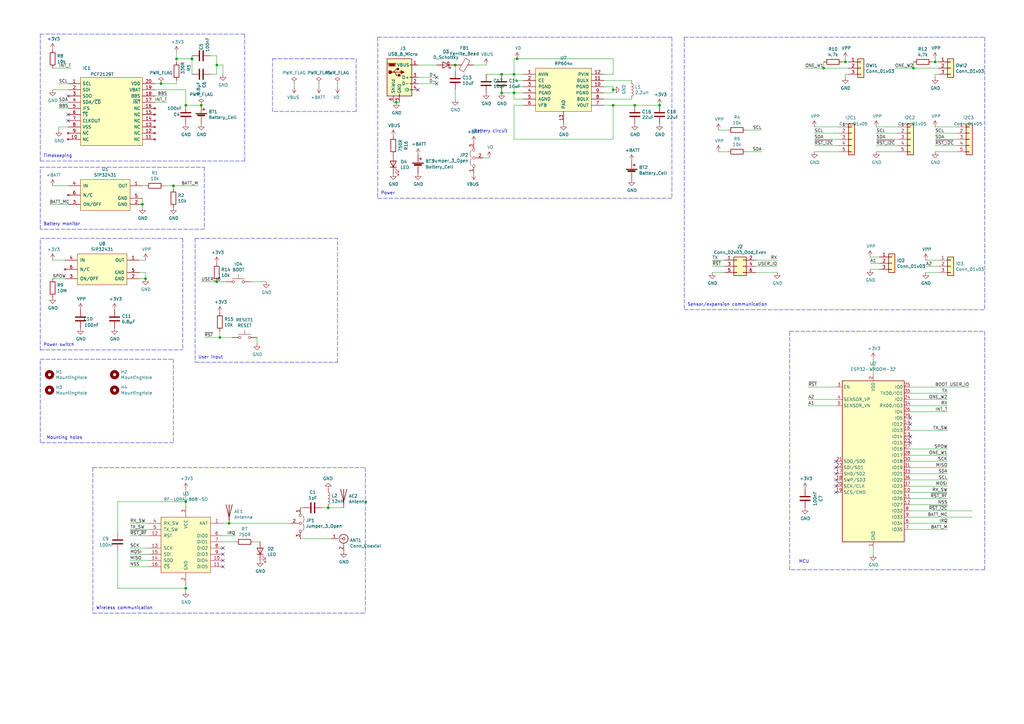
<source format=kicad_sch>
(kicad_sch (version 20211123) (generator eeschema)
  (paper "A3")
  (title_block (title "GEMS sensor board") (date "2019-03-22") (rev "Rev 2") (company "Olivier Pieters"))
  (junction (at 76.2 43.18))
  (junction (at 82.55 43.18))
  (junction (at 66.04 34.29))
  (junction (at 251.46 43.18))
  (junction (at 251.46 36.83))
  (junction (at 205.74 30.48))
  (junction (at 383.54 25.4))
  (junction (at 72.39 24.13))
  (junction (at 93.98 214.63))
  (junction (at 205.74 38.1))
  (junction (at 162.56 41.91))
  (junction (at 337.82 27.94))
  (junction (at 210.82 30.48))
  (junction (at 90.17 138.43))
  (junction (at 78.74 24.13))
  (junction (at 59.69 114.3))
  (junction (at 71.12 76.2))
  (junction (at 76.2 205.74))
  (junction (at 210.82 38.1))
  (junction (at 134.62 208.28))
  (junction (at 212.09 24.13))
  (junction (at 58.42 83.82))
  (junction (at 88.9 26.67))
  (junction (at 374.65 27.94))
  (junction (at 186.69 26.67))
  (junction (at 270.51 43.18))
  (junction (at 88.9 115.57))
  (junction (at 76.2 241.3))
  (junction (at 260.35 43.18))
  (junction (at 346.71 25.4))
  (no_connect (at 91.44 224.79))
  (no_connect (at 373.38 173.99))
  (no_connect (at 373.38 179.07))
  (no_connect (at 373.38 171.45))
  (no_connect (at 91.44 229.87))
  (no_connect (at 27.94 46.99))
  (no_connect (at 27.94 39.37))
  (no_connect (at 342.9 201.93))
  (no_connect (at 342.9 194.31))
  (no_connect (at 179.07 31.75))
  (no_connect (at 342.9 199.39))
  (no_connect (at 342.9 189.23))
  (no_connect (at 171.45 36.83))
  (no_connect (at 342.9 191.77))
  (no_connect (at 179.07 34.29))
  (no_connect (at 91.44 232.41))
  (no_connect (at 373.38 181.61))
  (no_connect (at 27.94 49.53))
  (no_connect (at 91.44 227.33))
  (no_connect (at 342.9 196.85))
  (wire (pts (xy 21.59 36.83) (xy 27.94 36.83)))
  (wire (pts (xy 383.54 25.4) (xy 384.81 25.4)))
  (wire (pts (xy 359.41 59.69) (xy 368.3 59.69)))
  (wire (pts (xy 346.71 30.48) (xy 347.98 30.48)))
  (wire (pts (xy 123.19 208.28) (xy 124.46 208.28)))
  (polyline (pts (xy 80.01 148.59) (xy 138.43 148.59)))
  (polyline (pts (xy 403.86 15.24) (xy 403.86 127)))
  (wire (pts (xy 388.62 194.31) (xy 373.38 194.31)))
  (wire (pts (xy 88.9 26.67) (xy 91.44 26.67)))
  (polyline (pts (xy 111.76 45.72) (xy 111.76 24.13)))
  (wire (pts (xy 383.54 31.75) (xy 383.54 30.48)))
  (polyline (pts (xy 323.85 135.89) (xy 403.86 135.89)))
  (wire (pts (xy 214.63 30.48) (xy 210.82 30.48)))
  (wire (pts (xy 251.46 38.1) (xy 247.65 38.1)))
  (wire (pts (xy 27.94 83.82) (xy 20.32 83.82)))
  (wire (pts (xy 76.2 200.66) (xy 76.2 205.74)))
  (wire (pts (xy 82.55 115.57) (xy 88.9 115.57)))
  (wire (pts (xy 251.46 43.18) (xy 260.35 43.18)))
  (wire (pts (xy 359.41 54.61) (xy 368.3 54.61)))
  (wire (pts (xy 53.34 232.41) (xy 60.96 232.41)))
  (polyline (pts (xy 16.51 143.51) (xy 16.51 97.79)))
  (polyline (pts (xy 323.85 233.68) (xy 323.85 135.89)))
  (wire (pts (xy 334.01 59.69) (xy 344.17 59.69)))
  (polyline (pts (xy 83.82 68.58) (xy 83.82 93.98)))
  (wire (pts (xy 105.41 138.43) (xy 105.41 140.97)))
  (polyline (pts (xy 149.86 191.77) (xy 149.86 251.46)))
  (wire (pts (xy 24.13 44.45) (xy 27.94 44.45)))
  (wire (pts (xy 383.54 62.23) (xy 392.43 62.23)))
  (wire (pts (xy 388.62 161.29) (xy 373.38 161.29)))
  (wire (pts (xy 86.36 22.86) (xy 88.9 22.86)))
  (wire (pts (xy 292.1 109.22) (xy 297.18 109.22)))
  (wire (pts (xy 120.65 34.29) (xy 120.65 35.56)))
  (wire (pts (xy 91.44 214.63) (xy 93.98 214.63)))
  (wire (pts (xy 134.62 208.28) (xy 140.97 208.28)))
  (wire (pts (xy 132.08 208.28) (xy 134.62 208.28)))
  (wire (pts (xy 210.82 24.13) (xy 212.09 24.13)))
  (polyline (pts (xy 154.94 15.24) (xy 275.59 15.24)))
  (wire (pts (xy 388.62 199.39) (xy 373.38 199.39)))
  (wire (pts (xy 72.39 24.13) (xy 78.74 24.13)))
  (wire (pts (xy 210.82 38.1) (xy 205.74 38.1)))
  (wire (pts (xy 91.44 219.71) (xy 96.52 219.71)))
  (wire (pts (xy 63.5 41.91) (xy 68.58 41.91)))
  (polyline (pts (xy 146.05 24.13) (xy 146.05 45.72)))
  (wire (pts (xy 373.38 158.75) (xy 397.51 158.75)))
  (wire (pts (xy 251.46 30.48) (xy 247.65 30.48)))
  (polyline (pts (xy 280.67 127) (xy 403.86 127)))
  (wire (pts (xy 210.82 33.02) (xy 210.82 30.48)))
  (wire (pts (xy 388.62 191.77) (xy 373.38 191.77)))
  (wire (pts (xy 247.65 43.18) (xy 251.46 43.18)))
  (polyline (pts (xy 138.43 148.59) (xy 138.43 97.79)))
  (polyline (pts (xy 71.12 147.32) (xy 71.12 181.61)))
  (wire (pts (xy 27.94 34.29) (xy 24.13 34.29)))
  (wire (pts (xy 60.96 214.63) (xy 53.34 214.63)))
  (wire (pts (xy 374.65 25.4) (xy 374.65 27.94)))
  (wire (pts (xy 312.42 53.34) (xy 306.07 53.34)))
  (wire (pts (xy 251.46 36.83) (xy 251.46 38.1)))
  (wire (pts (xy 171.45 26.67) (xy 179.07 26.67)))
  (wire (pts (xy 334.01 52.07) (xy 344.17 52.07)))
  (wire (pts (xy 88.9 30.48) (xy 86.36 30.48)))
  (wire (pts (xy 318.77 111.76) (xy 309.88 111.76)))
  (wire (pts (xy 162.56 41.91) (xy 163.83 41.91)))
  (polyline (pts (xy 80.01 97.79) (xy 80.01 148.59)))
  (wire (pts (xy 297.18 106.68) (xy 292.1 106.68)))
  (wire (pts (xy 96.52 222.25) (xy 91.44 222.25)))
  (wire (pts (xy 359.41 52.07) (xy 368.3 52.07)))
  (wire (pts (xy 373.38 184.15) (xy 388.62 184.15)))
  (wire (pts (xy 72.39 25.4) (xy 72.39 24.13)))
  (wire (pts (xy 63.5 34.29) (xy 66.04 34.29)))
  (wire (pts (xy 53.34 227.33) (xy 60.96 227.33)))
  (polyline (pts (xy 38.1 191.77) (xy 38.1 251.46)))
  (wire (pts (xy 360.68 110.49) (xy 356.87 110.49)))
  (wire (pts (xy 91.44 26.67) (xy 91.44 30.48)))
  (wire (pts (xy 59.69 76.2) (xy 58.42 76.2)))
  (wire (pts (xy 373.38 168.91) (xy 388.62 168.91)))
  (wire (pts (xy 214.63 38.1) (xy 210.82 38.1)))
  (wire (pts (xy 102.87 115.57) (xy 109.22 115.57)))
  (wire (pts (xy 210.82 40.64) (xy 214.63 40.64)))
  (wire (pts (xy 93.98 214.63) (xy 119.38 214.63)))
  (polyline (pts (xy 16.51 143.51) (xy 74.93 143.51)))
  (polyline (pts (xy 403.86 233.68) (xy 323.85 233.68)))
  (polyline (pts (xy 80.01 97.79) (xy 138.43 97.79)))
  (wire (pts (xy 388.62 166.37) (xy 373.38 166.37)))
  (wire (pts (xy 186.69 29.21) (xy 186.69 26.67)))
  (wire (pts (xy 194.31 26.67) (xy 199.39 26.67)))
  (wire (pts (xy 78.74 22.86) (xy 78.74 24.13)))
  (polyline (pts (xy 403.86 135.89) (xy 403.86 233.68)))
  (wire (pts (xy 123.19 220.98) (xy 135.89 220.98)))
  (polyline (pts (xy 16.51 13.97) (xy 16.51 66.04)))
  (wire (pts (xy 53.34 224.79) (xy 60.96 224.79)))
  (wire (pts (xy 384.81 109.22) (xy 379.73 109.22)))
  (wire (pts (xy 71.12 76.2) (xy 71.12 77.47)))
  (wire (pts (xy 345.44 25.4) (xy 346.71 25.4)))
  (wire (pts (xy 251.46 43.18) (xy 251.46 57.15)))
  (polyline (pts (xy 100.33 13.97) (xy 16.51 13.97)))
  (wire (pts (xy 130.81 34.29) (xy 130.81 35.56)))
  (wire (pts (xy 388.62 186.69) (xy 373.38 186.69)))
  (wire (pts (xy 383.54 30.48) (xy 384.81 30.48)))
  (wire (pts (xy 88.9 115.57) (xy 92.71 115.57)))
  (wire (pts (xy 161.29 41.91) (xy 162.56 41.91)))
  (wire (pts (xy 358.14 224.79) (xy 358.14 227.33)))
  (wire (pts (xy 72.39 34.29) (xy 72.39 33.02)))
  (wire (pts (xy 48.26 241.3) (xy 48.26 226.06)))
  (wire (pts (xy 210.82 35.56) (xy 210.82 38.1)))
  (wire (pts (xy 212.09 24.13) (xy 251.46 24.13)))
  (wire (pts (xy 29.21 27.94) (xy 21.59 27.94)))
  (polyline (pts (xy 154.94 15.24) (xy 154.94 81.28)))
  (wire (pts (xy 83.82 138.43) (xy 90.17 138.43)))
  (wire (pts (xy 214.63 35.56) (xy 210.82 35.56)))
  (wire (pts (xy 373.38 212.09) (xy 398.78 212.09)))
  (wire (pts (xy 318.77 109.22) (xy 309.88 109.22)))
  (wire (pts (xy 138.43 34.29) (xy 138.43 35.56)))
  (wire (pts (xy 309.88 106.68) (xy 318.77 106.68)))
  (wire (pts (xy 104.14 222.25) (xy 106.68 222.25)))
  (polyline (pts (xy 280.67 15.24) (xy 403.86 15.24)))
  (wire (pts (xy 21.59 106.68) (xy 26.67 106.68)))
  (wire (pts (xy 63.5 36.83) (xy 76.2 36.83)))
  (wire (pts (xy 374.65 27.94) (xy 384.81 27.94)))
  (wire (pts (xy 337.82 27.94) (xy 347.98 27.94)))
  (polyline (pts (xy 71.12 181.61) (xy 16.51 181.61)))
  (wire (pts (xy 383.54 52.07) (xy 392.43 52.07)))
  (polyline (pts (xy 38.1 251.46) (xy 149.86 251.46)))
  (wire (pts (xy 367.03 27.94) (xy 374.65 27.94)))
  (polyline (pts (xy 111.76 24.13) (xy 146.05 24.13)))
  (wire (pts (xy 330.2 27.94) (xy 337.82 27.94)))
  (wire (pts (xy 334.01 57.15) (xy 344.17 57.15)))
  (wire (pts (xy 356.87 105.41) (xy 360.68 105.41)))
  (polyline (pts (xy 154.94 81.28) (xy 275.59 81.28)))
  (polyline (pts (xy 146.05 45.72) (xy 111.76 45.72)))
  (wire (pts (xy 382.27 25.4) (xy 383.54 25.4)))
  (wire (pts (xy 210.82 57.15) (xy 251.46 57.15)))
  (wire (pts (xy 210.82 43.18) (xy 214.63 43.18)))
  (wire (pts (xy 171.45 31.75) (xy 179.07 31.75)))
  (wire (pts (xy 346.71 31.75) (xy 346.71 30.48)))
  (wire (pts (xy 78.74 24.13) (xy 78.74 30.48)))
  (wire (pts (xy 373.38 209.55) (xy 398.78 209.55)))
  (polyline (pts (xy 184.15 21.59) (xy 182.88 21.59)))
  (wire (pts (xy 247.65 35.56) (xy 251.46 35.56)))
  (wire (pts (xy 359.41 57.15) (xy 368.3 57.15)))
  (wire (pts (xy 373.38 204.47) (xy 388.62 204.47)))
  (wire (pts (xy 58.42 85.09) (xy 58.42 83.82)))
  (wire (pts (xy 67.31 76.2) (xy 71.12 76.2)))
  (wire (pts (xy 63.5 39.37) (xy 68.58 39.37)))
  (wire (pts (xy 71.12 76.2) (xy 81.28 76.2)))
  (wire (pts (xy 383.54 54.61) (xy 392.43 54.61)))
  (wire (pts (xy 384.81 111.76) (xy 379.73 111.76)))
  (polyline (pts (xy 275.59 15.24) (xy 275.59 81.28)))
  (wire (pts (xy 337.82 25.4) (xy 337.82 27.94)))
  (wire (pts (xy 186.69 36.83) (xy 186.69 40.64)))
  (wire (pts (xy 199.39 30.48) (xy 205.74 30.48)))
  (wire (pts (xy 331.47 158.75) (xy 342.9 158.75)))
  (wire (pts (xy 53.34 219.71) (xy 60.96 219.71)))
  (wire (pts (xy 210.82 43.18) (xy 210.82 57.15)))
  (wire (pts (xy 59.69 111.76) (xy 59.69 114.3)))
  (wire (pts (xy 373.38 214.63) (xy 388.62 214.63)))
  (wire (pts (xy 373.38 176.53) (xy 388.62 176.53)))
  (wire (pts (xy 90.17 135.89) (xy 90.17 138.43)))
  (wire (pts (xy 251.46 24.13) (xy 251.46 30.48)))
  (polyline (pts (xy 16.51 181.61) (xy 16.51 147.32)))
  (wire (pts (xy 57.15 106.68) (xy 59.69 106.68)))
  (wire (pts (xy 76.2 241.3) (xy 76.2 242.57)))
  (wire (pts (xy 48.26 205.74) (xy 76.2 205.74)))
  (wire (pts (xy 210.82 30.48) (xy 205.74 30.48)))
  (polyline (pts (xy 16.51 68.58) (xy 83.82 68.58)))
  (wire (pts (xy 53.34 229.87) (xy 60.96 229.87)))
  (polyline (pts (xy 16.51 93.98) (xy 16.51 68.58)))
  (wire (pts (xy 334.01 54.61) (xy 344.17 54.61)))
  (wire (pts (xy 294.64 62.23) (xy 298.45 62.23)))
  (wire (pts (xy 72.39 24.13) (xy 72.39 21.59)))
  (wire (pts (xy 60.96 217.17) (xy 53.34 217.17)))
  (wire (pts (xy 57.15 114.3) (xy 59.69 114.3)))
  (wire (pts (xy 27.94 41.91) (xy 24.13 41.91)))
  (wire (pts (xy 334.01 62.23) (xy 344.17 62.23)))
  (wire (pts (xy 388.62 189.23) (xy 373.38 189.23)))
  (wire (pts (xy 76.2 43.18) (xy 76.2 36.83)))
  (wire (pts (xy 88.9 26.67) (xy 88.9 30.48)))
  (wire (pts (xy 373.38 201.93) (xy 388.62 201.93)))
  (wire (pts (xy 24.13 52.07) (xy 24.13 53.34)))
  (polyline (pts (xy 100.33 66.04) (xy 100.33 13.97)))
  (wire (pts (xy 90.17 138.43) (xy 95.25 138.43)))
  (wire (pts (xy 383.54 59.69) (xy 392.43 59.69)))
  (wire (pts (xy 171.45 34.29) (xy 179.07 34.29)))
  (wire (pts (xy 383.54 24.13) (xy 383.54 25.4)))
  (wire (pts (xy 21.59 114.3) (xy 26.67 114.3)))
  (wire (pts (xy 247.65 33.02) (xy 259.08 33.02)))
  (polyline (pts (xy 83.82 93.98) (xy 16.51 93.98)))
  (wire (pts (xy 48.26 205.74) (xy 48.26 218.44)))
  (wire (pts (xy 358.14 147.32) (xy 358.14 153.67)))
  (wire (pts (xy 388.62 196.85) (xy 373.38 196.85)))
  (polyline (pts (xy 16.51 66.04) (xy 100.33 66.04)))
  (wire (pts (xy 198.12 64.77) (xy 200.66 64.77)))
  (polyline (pts (xy 38.1 191.77) (xy 149.86 191.77)))
  (wire (pts (xy 384.81 106.68) (xy 379.73 106.68)))
  (polyline (pts (xy 280.67 15.24) (xy 280.67 127)))
  (wire (pts (xy 383.54 57.15) (xy 392.43 57.15)))
  (wire (pts (xy 76.2 241.3) (xy 48.26 241.3)))
  (wire (pts (xy 66.04 34.29) (xy 72.39 34.29)))
  (wire (pts (xy 356.87 107.95) (xy 360.68 107.95)))
  (wire (pts (xy 346.71 24.13) (xy 346.71 25.4)))
  (wire (pts (xy 359.41 62.23) (xy 368.3 62.23)))
  (wire (pts (xy 21.59 76.2) (xy 27.94 76.2)))
  (wire (pts (xy 24.13 52.07) (xy 27.94 52.07)))
  (wire (pts (xy 58.42 81.28) (xy 58.42 83.82)))
  (wire (pts (xy 388.62 163.83) (xy 373.38 163.83)))
  (wire (pts (xy 247.65 40.64) (xy 259.08 40.64)))
  (wire (pts (xy 346.71 25.4) (xy 347.98 25.4)))
  (polyline (pts (xy 16.51 147.32) (xy 71.12 147.32)))
  (wire (pts (xy 76.2 205.74) (xy 76.2 207.01)))
  (wire (pts (xy 312.42 62.23) (xy 306.07 62.23)))
  (wire (pts (xy 331.47 163.83) (xy 342.9 163.83)))
  (wire (pts (xy 82.55 43.18) (xy 76.2 43.18)))
  (polyline (pts (xy 16.51 97.79) (xy 74.93 97.79)))
  (wire (pts (xy 88.9 22.86) (xy 88.9 26.67)))
  (wire (pts (xy 76.2 240.03) (xy 76.2 241.3)))
  (wire (pts (xy 260.35 43.18) (xy 270.51 43.18)))
  (wire (pts (xy 292.1 111.76) (xy 297.18 111.76)))
  (wire (pts (xy 331.47 166.37) (xy 342.9 166.37)))
  (wire (pts (xy 294.64 53.34) (xy 298.45 53.34)))
  (wire (pts (xy 373.38 217.17) (xy 388.62 217.17)))
  (wire (pts (xy 214.63 33.02) (xy 210.82 33.02)))
  (wire (pts (xy 251.46 35.56) (xy 251.46 36.83)))
  (wire (pts (xy 210.82 30.48) (xy 210.82 24.13)))
  (wire (pts (xy 373.38 207.01) (xy 388.62 207.01)))
  (wire (pts (xy 57.15 111.76) (xy 59.69 111.76)))
  (polyline (pts (xy 74.93 97.79) (xy 74.93 143.51)))
  (wire (pts (xy 210.82 38.1) (xy 210.82 40.64)))
  (text "Power switch" (at 17.78 142.24 0) (effects (font (size 1.27 1.27)) (justify left bottom)))
  (text "Wireless communication" (at 39.37 250.19 0) (effects (font (size 1.27 1.27)) (justify left bottom)))
  (text "Timekeeping" (at 17.78 64.77 0) (effects (font (size 1.27 1.27)) (justify left bottom)))
  (text "User input" (at 81.28 147.32 0) (effects (font (size 1.27 1.27)) (justify left bottom)))
  (text "MCU" (at 327.66 231.14 0) (effects (font (size 1.27 1.27)) (justify left bottom)))
  (text "Battery circuit" (at 194.31 54.61 0) (effects (font (size 1.27 1.27)) (justify left bottom)))
  (text "Sensor/expansion communication" (at 281.94 125.73 0) (effects (font (size 1.27 1.27)) (justify left bottom)))
  (text "Battery monitor" (at 17.78 92.71 0) (effects (font (size 1.27 1.27)) (justify left bottom)))
  (text "Mounting holes" (at 19.05 180.34 0) (effects (font (size 1.27 1.27)) (justify left bottom)))
  (text "Power" (at 156.21 80.01 0) (effects (font (size 1.27 1.27)) (justify left bottom)))
  (label "ONE_W1" (at 330.2 27.94 0))
  (label "USER_IO" (at 318.77 109.22 180))
  (label "SPOW" (at 21.59 114.3 0))
  (label "~{RST}" (at 83.82 138.43 0))
  (label "INT_T" (at 29.21 27.94 180))
  (label "SDA" (at 359.41 57.15 0))
  (label "INT_T" (at 388.62 168.91 180))
  (label "~{RST}" (at 331.47 158.75 0))
  (label "SCL" (at 24.13 34.29 0))
  (label "MISO" (at 53.34 229.87 0))
  (label "SDA" (at 388.62 194.31 180))
  (label "~{RST_RF}" (at 53.34 219.71 0))
  (label "SCL" (at 359.41 54.61 0))
  (label "SDA" (at 24.13 41.91 0))
  (label "SCK" (at 53.34 224.79 0))
  (label "MISO" (at 388.62 191.77 180))
  (label "D-" (at 179.07 34.29 180))
  (label "IRQ" (at 96.52 219.71 180))
  (label "ONE_W2" (at 388.62 163.83 180))
  (label "SPOW" (at 388.62 184.15 180))
  (label "SCL" (at 388.62 196.85 180))
  (label "~{RST_I2C}" (at 388.62 209.55 180))
  (label "SDA" (at 383.54 57.15 0))
  (label "TX" (at 388.62 161.29 180))
  (label "BATT_M" (at 81.28 76.2 180))
  (label "RX_SW" (at 53.34 214.63 0))
  (label "SCL" (at 334.01 54.61 0))
  (label "USER_IO" (at 397.51 158.75 180))
  (label "A2" (at 379.73 109.22 0))
  (label "A1" (at 331.47 166.37 0))
  (label "A1" (at 356.87 107.95 0))
  (label "INT_T" (at 68.58 41.91 180))
  (label "TX_SW" (at 388.62 176.53 180))
  (label "SCL" (at 312.42 53.34 180))
  (label "D+" (at 179.07 31.75 180))
  (label "ONE_W1" (at 388.62 186.69 180))
  (label "SCL" (at 383.54 54.61 0))
  (label "BATT_MC" (at 20.32 83.82 0))
  (label "BBS" (at 68.58 39.37 180))
  (label "RX" (at 318.77 106.68 180))
  (label "TX" (at 292.1 106.68 0))
  (label "BATT_MC" (at 388.62 212.09 180))
  (label "BOOT" (at 388.62 158.75 180))
  (label "~{RST_I2C}" (at 383.54 59.69 0))
  (label "MOSI" (at 53.34 227.33 0))
  (label "NSS" (at 53.34 232.41 0))
  (label "SDA" (at 334.01 57.15 0))
  (label "~{RST_I2C}" (at 359.41 59.69 0))
  (label "~{RST_RF}" (at 388.62 204.47 180))
  (label "IRQ" (at 388.62 214.63 180))
  (label "RX_SW" (at 388.62 201.93 180))
  (label "ONE_W2" (at 367.03 27.94 0))
  (label "MOSI" (at 388.62 199.39 180))
  (label "RX" (at 388.62 166.37 180))
  (label "SCK" (at 388.62 189.23 180))
  (label "~{RST_I2C}" (at 334.01 59.69 0))
  (label "~{RST}" (at 292.1 109.22 0))
  (label "BATT_M" (at 388.62 217.17 180))
  (label "BBS" (at 24.13 44.45 0))
  (label "A2" (at 331.47 163.83 0))
  (label "TX_SW" (at 53.34 217.17 0))
  (label "USER_IO" (at 82.55 115.57 0))
  (label "NSS" (at 388.62 207.01 180))
  (label "SDA" (at 312.42 62.23 180))
  (symbol (lib_id "GEMS:PCF2129AT") (at 45.72 45.72 0) (unit 1)
    (property "Reference" "IC1" (at 35.56 27.94 0))
    (property "Value" "PCF2129T" (at 41.91 30.48 0))
    (property "Footprint" "gems_footprints:SO20" (effects hide))
    (property "Datasheet" "https://www.nxp.com/docs/en/data-sheet/PCF2129.pdf" (effects hide))
    (property "Description" "NXP - PCF2129T/2,518 - REAL TIME CLOCK/CALENDAR, I2C/SPI, SOIC" (effects hide))
    (property "Height" "2.65" (effects hide))
    (property "Manufacturer_Name" "NXP" (effects hide))
    (property "Mouser" "771-PCF2129T/2,518" (effects hide))
    (property "Price" "2.57" (effects hide))
  )
  (symbol (lib_id "power:+3.3V") (at 72.39 21.59 0) (unit 1)
    (property "Reference" "#PWR013" (effects hide))
    (property "Value" "+3.3V" (at 72.771 17.1958 0))
  )
  (symbol (lib_id "power:GND") (at 21.59 36.83 0) (unit 1)
    (property "Reference" "#PWR01" (effects hide))
    (property "Value" "GND" (at 21.717 41.2242 0))
  )
  (symbol (lib_id "power:GND") (at 76.2 242.57 0) (unit 1)
    (property "Reference" "#PWR028" (effects hide))
    (property "Value" "GND" (at 76.327 246.9642 0))
  )
  (symbol (lib_id "power:GND") (at 334.01 62.23 0) (unit 1)
    (property "Reference" "#PWR048" (effects hide))
    (property "Value" "GND" (at 334.137 66.6242 0))
  )
  (symbol (lib_id "power:GND") (at 24.13 53.34 0) (unit 1)
    (property "Reference" "#PWR03" (effects hide))
    (property "Value" "GND" (at 24.257 57.7342 0))
  )
  (symbol (lib_id "Connector:Conn_Coaxial") (at 140.97 220.98 0) (unit 1)
    (property "Reference" "ANT1" (at 143.4846 221.5896 0) (effects (justify left)))
    (property "Value" "Conn_Coaxial" (at 143.4846 223.901 0) (effects (justify left)))
    (property "Footprint" "Connector_Coaxial:SMA_Amphenol_901-144_Vertical" (effects hide))
    (property "Datasheet" " ~" (effects hide))
    (property "Mouser" "523-901-144-8RFX" (effects hide))
    (property "Price" "4.15" (effects hide))
  )
  (symbol (lib_id "power:GND") (at 140.97 226.06 0) (unit 1)
    (property "Reference" "#PWR032" (effects hide))
    (property "Value" "GND" (at 141.097 230.4542 0))
  )
  (symbol (lib_id "Connector_Generic:Conn_01x03") (at 353.06 27.94 0) (unit 1)
    (property "Reference" "OWI1" (at 355.092 26.8732 0) (effects (justify left)))
    (property "Value" "Conn_01x03" (at 355.092 29.1846 0) (effects (justify left)))
    (property "Footprint" "gems_footprints:TerminalBlock_Phoenix_PTSA-1,2-2-3,5-F-THR-1x03-P3.50mm_45Degree" (effects hide))
    (property "Mouser" "651-1984976" (effects hide))
    (property "Price" "0.0968" (effects hide))
  )
  (symbol (lib_id "power:GND") (at 346.71 31.75 0) (unit 1)
    (property "Reference" "#PWR057" (effects hide))
    (property "Value" "GND" (at 346.837 36.1442 0))
  )
  (symbol (lib_id "Device:R") (at 341.63 25.4 270) (unit 1)
    (property "Reference" "R10" (at 341.63 20.1422 90))
    (property "Value" "4.7k" (at 341.63 22.4536 90))
    (property "Footprint" "Resistor_SMD:R_0603_1608Metric" (effects hide))
    (property "Mouser" "71-CRCW06034K70JNEAC" (effects hide))
    (property "Price" "0.085" (effects hide))
  )
  (symbol (lib_id "Connector_Generic:Conn_01x03") (at 365.76 107.95 0) (unit 1)
    (property "Reference" "IO2" (at 367.792 106.8832 0) (effects (justify left)))
    (property "Value" "Conn_01x03" (at 367.792 109.1946 0) (effects (justify left)))
    (property "Footprint" "gems_footprints:TerminalBlock_Phoenix_PTSA-1,2-2-3,5-F-THR-1x03-P3.50mm_45Degree" (effects hide))
    (property "Mouser" "651-1984976" (effects hide))
    (property "Price" "0.0968" (effects hide))
  )
  (symbol (lib_id "Connector_Generic:Conn_01x03") (at 389.89 109.22 0) (unit 1)
    (property "Reference" "IO3" (at 391.922 108.1532 0) (effects (justify left)))
    (property "Value" "Conn_01x03" (at 391.922 110.4646 0) (effects (justify left)))
    (property "Footprint" "gems_footprints:TerminalBlock_Phoenix_PTSA-1,2-2-3,5-F-THR-1x03-P3.50mm_45Degree" (effects hide))
    (property "Mouser" "651-1984976" (effects hide))
    (property "Price" "0.0968" (effects hide))
  )
  (symbol (lib_id "power:GND") (at 356.87 110.49 0) (unit 1)
    (property "Reference" "#PWR060" (effects hide))
    (property "Value" "GND" (at 356.997 114.8842 0))
  )
  (symbol (lib_id "Switch:SW_Push") (at 97.79 115.57 0) (unit 1)
    (property "Reference" "IO4" (at 97.79 108.331 0))
    (property "Value" "BOOT" (at 97.79 110.6424 0))
    (property "Footprint" "Button_Switch_SMD:SW_SPST_KMR2" (effects hide))
    (property "Mouser" "611-KMR621NGLFS" (effects hide))
    (property "Price" "0.33" (effects hide))
  )
  (symbol (lib_id "Switch:SW_Push") (at 100.33 138.43 0) (unit 1)
    (property "Reference" "RESET1" (at 100.33 131.191 0))
    (property "Value" "RESET" (at 100.33 133.5024 0))
    (property "Footprint" "Button_Switch_SMD:SW_SPST_KMR2" (effects hide))
    (property "Mouser" "611-KMR621NGLFS" (effects hide))
    (property "Price" "0.33" (effects hide))
  )
  (symbol (lib_id "power:GND") (at 109.22 115.57 0) (unit 1)
    (property "Reference" "#PWR077" (effects hide))
    (property "Value" "GND" (at 109.347 119.9642 0))
  )
  (symbol (lib_id "power:+3.3V") (at 90.17 128.27 0) (unit 1)
    (property "Reference" "#PWR078" (effects hide))
    (property "Value" "+3.3V" (at 90.551 123.8758 0))
  )
  (symbol (lib_id "Device:R") (at 90.17 132.08 0) (unit 1)
    (property "Reference" "R15" (at 91.948 130.9116 0) (effects (justify left)))
    (property "Value" "10k" (at 91.948 133.223 0) (effects (justify left)))
    (property "Footprint" "Resistor_SMD:R_0603_1608Metric" (effects hide))
    (property "Mouser" "284-APC0603B10K0N" (effects hide))
    (property "Price" "0.102" (effects hide))
  )
  (symbol (lib_id "power:GND") (at 292.1 111.76 0) (unit 1)
    (property "Reference" "#PWR080" (effects hide))
    (property "Value" "GND" (at 292.227 116.1542 0))
  )
  (symbol (lib_id "Connector_Generic:Conn_01x05") (at 397.51 57.15 0) (unit 1)
    (property "Reference" "I2C3" (at 394.97 48.26 0) (effects (justify left)))
    (property "Value" "Conn_01x05" (at 391.16 50.8 0) (effects (justify left)))
    (property "Footprint" "gems_footprints:TerminalBlock_Phoenix_PTSA-1,2-2-3,5-F-THR-1x05-P3.50mm_45Degree" (effects hide))
    (property "Mouser" "651-1984992" (effects hide))
    (property "Price" "0.138" (effects hide))
  )
  (symbol (lib_id "Connector_Generic:Conn_01x05") (at 349.25 57.15 0) (unit 1)
    (property "Reference" "I2C1" (at 346.71 48.26 0) (effects (justify left)))
    (property "Value" "Conn_01x05" (at 344.17 50.8 0) (effects (justify left)))
    (property "Footprint" "gems_footprints:TerminalBlock_Phoenix_PTSA-1,2-2-3,5-F-THR-1x05-P3.50mm_45Degree" (effects hide))
    (property "Mouser" "651-1984992" (effects hide))
    (property "Price" "0.138" (effects hide))
  )
  (symbol (lib_id "Connector_Generic:Conn_01x05") (at 373.38 57.15 0) (unit 1)
    (property "Reference" "I2C2" (at 370.84 48.26 0) (effects (justify left)))
    (property "Value" "Conn_01x05" (at 368.3 50.8 0) (effects (justify left)))
    (property "Footprint" "gems_footprints:TerminalBlock_Phoenix_PTSA-1,2-2-3,5-F-THR-1x05-P3.50mm_45Degree" (effects hide))
    (property "Mouser" "651-1984992" (effects hide))
    (property "Price" "0.138" (effects hide))
  )
  (symbol (lib_id "Device:C") (at 48.26 222.25 0) (unit 1)
    (property "Reference" "C9" (at 41.91 220.98 0) (effects (justify left)))
    (property "Value" "100nF" (at 40.64 223.52 0) (effects (justify left)))
    (property "Footprint" "Capacitor_SMD:C_0603_1608Metric" (effects hide))
    (property "Mouser" "810-CGA3E2X8R1E104K" (effects hide))
    (property "Price" "0.136" (effects hide))
  )
  (symbol (lib_id "Device:R") (at 72.39 29.21 180) (unit 1)
    (property "Reference" "R3" (at 77.47 29.21 90) (effects (justify right)))
    (property "Value" "330R" (at 74.93 30.48 90) (effects (justify right)))
    (property "Footprint" "Resistor_SMD:R_0603_1608Metric" (effects hide))
    (property "Mouser" "603-RC0603JR-07330RL" (effects hide))
    (property "Price" "0.085" (effects hide))
  )
  (symbol (lib_id "Device:C") (at 76.2 46.99 180) (unit 1)
    (property "Reference" "C4" (at 71.12 46.99 0) (effects (justify right)))
    (property "Value" "100nF" (at 68.58 44.45 0) (effects (justify right)))
    (property "Footprint" "Capacitor_SMD:C_0603_1608Metric" (effects hide))
    (property "Mouser" "810-CGA3E2X8R1E104K" (effects hide))
    (property "Price" "0.136" (effects hide))
  )
  (symbol (lib_id "Device:C") (at 82.55 30.48 270) (unit 1)
    (property "Reference" "C6" (at 83.7184 33.401 0) (effects (justify left)))
    (property "Value" "6.8µF" (at 81.407 33.401 0) (effects (justify left)))
    (property "Footprint" "Capacitor_SMD:C_1206_3216Metric" (effects hide))
    (property "Datasheet" "http://www.farnell.com/datasheets/2685157.pdf?_ga=2.93751133.1980158222.1546082704-168170976.1540463017" (effects hide))
    (property "Mouser" "810-CGA5L1X7R1C685MC" (effects hide))
    (property "Price" "0.364" (effects hide))
  )
  (symbol (lib_id "power:+3.3V") (at 358.14 147.32 0) (unit 1)
    (property "Reference" "#PWR017" (effects hide))
    (property "Value" "+3.3V" (at 358.521 142.9258 0))
  )
  (symbol (lib_id "power:GND") (at 358.14 227.33 0) (unit 1)
    (property "Reference" "#PWR020" (effects hide))
    (property "Value" "GND" (at 358.267 231.7242 0))
  )
  (symbol (lib_id "Device:C") (at 330.2 204.47 180) (unit 1)
    (property "Reference" "C7" (at 336.6008 204.47 90))
    (property "Value" "100nF" (at 334.2894 204.47 90))
    (property "Footprint" "Capacitor_SMD:C_0603_1608Metric" (effects hide))
    (property "Mouser" "810-CGA3E2X8R1E104K" (effects hide))
    (property "Price" "0.136" (effects hide))
  )
  (symbol (lib_id "Device:Battery_Cell") (at 82.55 48.26 0) (unit 1)
    (property "Reference" "BT1" (at 85.5472 45.8216 0) (effects (justify left)))
    (property "Value" "Battery_Cell" (at 85.5472 48.133 0) (effects (justify left)))
    (property "Footprint" "gems_footprints:Renata_Battery_Holder_SMTM1125" (effects hide))
    (property "Datasheet" "https://www.mouser.be/datasheet/2/346/3.9226.4-3_SMTM1225-258011.pdf" (effects hide))
    (property "Notes" "BR-1225/BN" (effects hide))
    (property "Mouser" "614-SMTM1225" (effects hide))
    (property "Price" "0.529" (effects hide))
  )
  (symbol (lib_id "Device:D_Schottky") (at 182.88 26.67 180) (unit 1)
    (property "Reference" "D3" (at 182.88 21.1836 0))
    (property "Value" "D_Schottky" (at 182.88 23.495 0))
    (property "Footprint" "Diode_SMD:D_SMB" (effects hide))
    (property "Mouser" "621-B340LB-F" (effects hide))
    (property "Price" "0.36" (effects hide))
  )
  (symbol (lib_id "sensor_node-rescue:Ferrite_Bead-Device") (at 190.5 26.67 270) (unit 1)
    (property "Reference" "FB1" (at 190.5 19.7104 90))
    (property "Value" "Ferrite_Bead" (at 190.5 22.0218 90))
    (property "Footprint" "Inductor_SMD:L_0805_2012Metric_Pad1.15x1.40mm_HandSolder" (effects hide))
    (property "Mouser" "875-MI0805K400R-10" (effects hide))
    (property "Price" "0.09" (effects hide))
  )
  (symbol (lib_id "Device:C") (at 186.69 33.02 180) (unit 1)
    (property "Reference" "C13" (at 189.611 31.8516 0) (effects (justify right)))
    (property "Value" "10uF" (at 189.611 34.163 0) (effects (justify right)))
    (property "Footprint" "Capacitor_SMD:C_1206_3216Metric" (effects hide))
    (property "Mouser" "963-TMK325BJ106KM-P" (effects hide))
    (property "Price" "0.415" (effects hide))
  )
  (symbol (lib_id "power:GND") (at 186.69 40.64 0) (unit 1)
    (property "Reference" "#PWR042" (effects hide))
    (property "Value" "GND" (at 186.817 45.0342 0))
  )
  (symbol (lib_id "sensor_node-rescue:USB_B_Micro-Connector") (at 163.83 31.75 0) (unit 1)
    (property "Reference" "J3" (at 165.227 19.8882 0))
    (property "Value" "USB_B_Micro" (at 165.227 22.1996 0))
    (property "Footprint" "Connector_USB:USB_Micro-B_Molex-105017-0001" (effects hide))
    (property "Mouser" "538-105017-0001" (effects hide))
    (property "Price" "0.70" (effects hide))
  )
  (symbol (lib_id "power:GND") (at 162.56 41.91 0) (unit 1)
    (property "Reference" "#PWR034" (effects hide))
    (property "Value" "GND" (at 162.687 46.3042 0))
  )
  (symbol (lib_id "power:GND") (at 231.14 50.8 0) (unit 1)
    (property "Reference" "#PWR0101" (effects hide))
    (property "Value" "GND" (at 231.267 55.1942 0))
  )
  (symbol (lib_id "Mechanical:MountingHole") (at 20.32 153.67 0) (unit 1)
    (property "Reference" "H1" (at 22.86 152.5016 0) (effects (justify left)))
    (property "Value" "MountingHole" (at 22.86 154.813 0) (effects (justify left)))
    (property "Footprint" "MountingHole:MountingHole_3.2mm_M3" (effects hide))
    (property "Price" "0" (effects hide))
  )
  (symbol (lib_id "Mechanical:MountingHole") (at 46.99 153.67 0) (unit 1)
    (property "Reference" "H2" (at 49.53 152.5016 0) (effects (justify left)))
    (property "Value" "MountingHole" (at 49.53 154.813 0) (effects (justify left)))
    (property "Footprint" "MountingHole:MountingHole_3.2mm_M3" (effects hide))
    (property "Price" "0" (effects hide))
  )
  (symbol (lib_id "Device:Battery_Cell") (at 171.45 68.58 0) (unit 1)
    (property "Reference" "BT3" (at 174.4472 66.1416 0) (effects (justify left)))
    (property "Value" "Battery_Cell" (at 174.4472 68.453 0) (effects (justify left)))
    (property "Footprint" "gems_footprints:Eagle_Battery_Holder_A_12BH311P-GR" (effects hide))
    (property "Datasheet" "https://www.mouser.be/datasheet/2/215/228-744875.pdf" (effects hide))
    (property "Mouser" "Farnell 1365937" (effects hide))
    (property "Price" "9.23" (effects hide))
  )
  (symbol (lib_id "Device:C") (at 270.51 46.99 0) (unit 1)
    (property "Reference" "C18" (at 273.431 45.8216 0) (effects (justify left)))
    (property "Value" "22uF" (at 273.431 48.133 0) (effects (justify left)))
    (property "Footprint" "Capacitor_SMD:C_1206_3216Metric" (effects hide))
    (property "Mouser" "963-TMK316BBJ226ML-T" (effects hide))
    (property "Price" "0.449" (effects hide))
  )
  (symbol (lib_id "power:GND") (at 270.51 50.8 0) (unit 1)
    (property "Reference" "#PWR089" (effects hide))
    (property "Value" "GND" (at 270.637 55.1942 0))
  )
  (symbol (lib_id "Device:C") (at 199.39 34.29 180) (unit 1)
    (property "Reference" "C17" (at 202.311 33.1216 0) (effects (justify right)))
    (property "Value" "10uF" (at 202.311 35.433 0) (effects (justify right)))
    (property "Footprint" "Capacitor_SMD:C_1206_3216Metric" (effects hide))
    (property "Mouser" "963-TMK325BJ106KM-P" (effects hide))
    (property "Price" "0.415" (effects hide))
  )
  (symbol (lib_id "power:GND") (at 199.39 38.1 0) (unit 1)
    (property "Reference" "#PWR088" (effects hide))
    (property "Value" "GND" (at 199.517 42.4942 0))
  )
  (symbol (lib_id "power:+BATT") (at 171.45 63.5 0) (unit 1)
    (property "Reference" "#PWR039" (effects hide))
    (property "Value" "+BATT" (at 171.831 59.1058 0))
  )
  (symbol (lib_id "power:VBUS") (at 199.39 26.67 0) (unit 1)
    (property "Reference" "#PWR044" (effects hide))
    (property "Value" "VBUS" (at 199.771 22.2758 0))
  )
  (symbol (lib_id "power:GND") (at 76.2 50.8 0) (unit 1)
    (property "Reference" "#PWR014" (effects hide))
    (property "Value" "GND" (at 76.327 55.1942 0))
  )
  (symbol (lib_id "Device:C") (at 82.55 22.86 90) (unit 1)
    (property "Reference" "C5" (at 82.55 17.78 0) (effects (justify right)))
    (property "Value" "100nF" (at 85.09 15.24 0) (effects (justify right)))
    (property "Footprint" "Capacitor_SMD:C_0603_1608Metric" (effects hide))
    (property "Mouser" "810-CGA3E2X8R1E104K" (effects hide))
    (property "Price" "0.136" (effects hide))
  )
  (symbol (lib_id "Device:LED") (at 161.29 67.31 90) (unit 1)
    (property "Reference" "D4" (at 164.2618 66.3448 90) (effects (justify right)))
    (property "Value" "LED" (at 164.2618 68.6562 90) (effects (justify right)))
    (property "Footprint" "LED_SMD:LED_0603_1608Metric" (effects hide))
    (property "Mouser" "78-TLMS1000" (effects hide))
    (property "Price" "0.36" (effects hide))
  )
  (symbol (lib_id "Device:R") (at 161.29 59.69 180) (unit 1)
    (property "Reference" "R16" (at 166.5478 59.69 90))
    (property "Value" "750R" (at 164.2364 59.69 90))
    (property "Footprint" "Resistor_SMD:R_0603_1608Metric" (effects hide))
    (property "Mouser" "603-RC0603FR-07750RL" (effects hide))
    (property "Price" "0.085" (effects hide))
  )
  (symbol (lib_id "power:GND") (at 161.29 71.12 0) (unit 1)
    (property "Reference" "#PWR0102" (effects hide))
    (property "Value" "GND" (at 161.417 75.5142 0))
  )
  (symbol (lib_id "power:VBUS") (at 161.29 55.88 0) (unit 1)
    (property "Reference" "#PWR0103" (effects hide))
    (property "Value" "VBUS" (at 161.671 51.4858 0))
  )
  (symbol (lib_id "power:GND") (at 91.44 30.48 0) (unit 1)
    (property "Reference" "#PWR018" (effects hide))
    (property "Value" "GND" (at 91.567 34.8742 0))
  )
  (symbol (lib_id "GEMS:RP604x") (at 231.14 36.83 0) (unit 1)
    (property "Reference" "U7" (at 231.14 23.749 0))
    (property "Value" "RP604x" (at 231.14 26.0604 0))
    (property "Footprint" "gems_footprints:DFN_12_Pin_2.7x3mm_P0.5mm" (effects hide))
    (property "Datasheet" "https://www.mouser.be/datasheet/2/792/rp604-ea-1307773.pdf" (effects hide))
    (property "Mouser" "848-RP604K331A-TR" (effects hide))
    (property "Price" "1.8" (effects hide))
  )
  (symbol (lib_id "power:GND") (at 205.74 38.1 0) (unit 1)
    (property "Reference" "#PWR049" (effects hide))
    (property "Value" "GND" (at 205.867 42.4942 0))
  )
  (symbol (lib_id "Device:L") (at 259.08 36.83 0) (unit 1)
    (property "Reference" "L1" (at 260.4262 35.6616 0) (effects (justify left)))
    (property "Value" "2.2uH" (at 260.4262 37.973 0) (effects (justify left)))
    (property "Footprint" "gems_footprints:L_L4mm_D4mm_H1.8mm" (effects hide))
    (property "Datasheet" "https://www.mouser.be/datasheet/2/223/TYS40181R0N-10-1134685.pdf" (effects hide))
    (property "Mouser" "TYS40182R2M-10" (effects hide))
    (property "Price" "0.169" (effects hide))
  )
  (symbol (lib_id "Mechanical:MountingHole") (at 46.99 160.02 0) (unit 1)
    (property "Reference" "H4" (at 49.53 158.8516 0) (effects (justify left)))
    (property "Value" "MountingHole" (at 49.53 161.163 0) (effects (justify left)))
    (property "Footprint" "MountingHole:MountingHole_3.2mm_M3" (effects hide))
    (property "Price" "0" (effects hide))
  )
  (symbol (lib_id "Mechanical:MountingHole") (at 20.32 160.02 0) (unit 1)
    (property "Reference" "H3" (at 22.86 158.8516 0) (effects (justify left)))
    (property "Value" "MountingHole" (at 22.86 161.163 0) (effects (justify left)))
    (property "Footprint" "MountingHole:MountingHole_3.2mm_M3" (effects hide))
    (property "Price" "0" (effects hide))
  )
  (symbol (lib_id "Device:LED") (at 106.68 226.06 90) (unit 1)
    (property "Reference" "D2" (at 109.6518 225.0948 90) (effects (justify right)))
    (property "Value" "LED" (at 109.6518 227.4062 90) (effects (justify right)))
    (property "Footprint" "LED_SMD:LED_0603_1608Metric" (effects hide))
    (property "Datasheet" "https://www.mouser.be/datasheet/2/427/tlmo1000-279842.pdf" (effects hide))
    (property "Mouser" "78-TLMY1000" (effects hide))
    (property "Price" "0.36" (effects hide))
  )
  (symbol (lib_id "power:GND") (at 106.68 229.87 0) (unit 1)
    (property "Reference" "#PWR033" (effects hide))
    (property "Value" "GND" (at 106.807 234.2642 0))
  )
  (symbol (lib_id "Device:R") (at 100.33 222.25 270) (unit 1)
    (property "Reference" "R7" (at 100.33 216.9922 90))
    (property "Value" "750R" (at 100.33 219.3036 90))
    (property "Footprint" "Resistor_SMD:R_0603_1608Metric" (effects hide))
    (property "Mouser" "603-RC0603FR-07750RL" (effects hide))
    (property "Price" "0.085" (effects hide))
  )
  (symbol (lib_id "power:+BATT") (at 194.31 58.42 0) (unit 1)
    (property "Reference" "#PWR050" (effects hide))
    (property "Value" "+BATT" (at 194.691 54.0258 0))
  )
  (symbol (lib_id "Device:C") (at 205.74 34.29 180) (unit 1)
    (property "Reference" "C14" (at 208.661 33.1216 0) (effects (justify right)))
    (property "Value" "10uF" (at 208.661 35.433 0) (effects (justify right)))
    (property "Footprint" "Capacitor_SMD:C_1206_3216Metric" (effects hide))
    (property "Mouser" "963-TMK325BJ106KM-P" (effects hide))
    (property "Price" "0.415" (effects hide))
  )
  (symbol (lib_id "Device:C") (at 260.35 46.99 0) (unit 1)
    (property "Reference" "C16" (at 263.271 45.8216 0) (effects (justify left)))
    (property "Value" "22uF" (at 263.271 48.133 0) (effects (justify left)))
    (property "Footprint" "Capacitor_SMD:C_1206_3216Metric" (effects hide))
    (property "Mouser" "963-TMK316BBJ226ML-T" (effects hide))
    (property "Price" "0.449" (effects hide))
  )
  (symbol (lib_id "power:GND") (at 260.35 50.8 0) (unit 1)
    (property "Reference" "#PWR073" (effects hide))
    (property "Value" "GND" (at 260.477 55.1942 0))
  )
  (symbol (lib_id "power:+3.3V") (at 270.51 43.18 0) (unit 1)
    (property "Reference" "#PWR074" (effects hide))
    (property "Value" "+3.3V" (at 270.891 38.7858 0))
  )
  (symbol (lib_id "Device:Antenna") (at 93.98 209.55 0) (unit 1)
    (property "Reference" "AE1" (at 96.012 209.7786 0) (effects (justify left)))
    (property "Value" "Antenna" (at 96.012 212.09 0) (effects (justify left)))
    (property "Footprint" "Connector_PinHeader_2.54mm:PinHeader_1x01_P2.54mm_Vertical" (effects hide))
    (property "Price" "0" (effects hide))
  )
  (symbol (lib_id "sensor_node-rescue:Jumper_3_Open-Jumper") (at 194.31 64.77 90) (unit 1)
    (property "Reference" "JP2" (at 192.1256 63.6016 90) (effects (justify left)))
    (property "Value" "Jumper_3_Open" (at 192.1256 65.913 90) (effects (justify left)))
    (property "Footprint" "Connector_PinHeader_2.54mm:PinHeader_1x03_P2.54mm_Vertical" (effects hide))
    (property "Mouser" "571-4-103321-5" (effects hide))
    (property "Price" "0.237" (effects hide))
  )
  (symbol (lib_id "power:VD") (at 200.66 64.77 0) (unit 1)
    (property "Reference" "#PWR055" (effects hide))
    (property "Value" "VD" (at 201.0918 60.3758 0))
  )
  (symbol (lib_id "power:VBUS") (at 194.31 71.12 180) (unit 1)
    (property "Reference" "#PWR051" (effects hide))
    (property "Value" "VBUS" (at 193.929 75.5142 0))
  )
  (symbol (lib_id "power:GND") (at 82.55 50.8 0) (unit 1)
    (property "Reference" "#PWR015" (effects hide))
    (property "Value" "GND" (at 82.677 55.1942 0))
  )
  (symbol (lib_id "power:GND") (at 171.45 71.12 0) (unit 1)
    (property "Reference" "#PWR040" (effects hide))
    (property "Value" "GND" (at 171.577 75.5142 0))
  )
  (symbol (lib_id "power:VD") (at 212.09 24.13 0) (unit 1)
    (property "Reference" "#PWR054" (effects hide))
    (property "Value" "VD" (at 212.5218 19.7358 0))
  )
  (symbol (lib_id "GEMS:SiP32431") (at 43.18 80.01 0) (unit 1)
    (property "Reference" "U1" (at 43.18 69.469 0))
    (property "Value" "SiP32431" (at 43.18 71.7804 0))
    (property "Footprint" "Package_TO_SOT_SMD:SOT-363_SC-70-6" (effects hide))
    (property "Datasheet" "https://www.vishay.com/docs/66597/sip32431.pdf" (effects hide))
    (property "Mouser" "781-SIP32431DR3-GE3" (effects hide))
    (property "Price" "0.51" (effects hide))
  )
  (symbol (lib_id "power:+BATT") (at 21.59 76.2 0) (unit 1)
    (property "Reference" "#PWR02" (effects hide))
    (property "Value" "+BATT" (at 21.971 71.8058 0))
  )
  (symbol (lib_id "Device:R") (at 63.5 76.2 270) (unit 1)
    (property "Reference" "R1" (at 63.5 70.9422 90))
    (property "Value" "10k" (at 63.5 73.2536 90))
    (property "Footprint" "Resistor_SMD:R_0603_1608Metric" (effects hide))
    (property "Mouser" "284-APC0603B10K0N" (effects hide))
    (property "Price" "0.102" (effects hide))
  )
  (symbol (lib_id "Device:R") (at 71.12 81.28 0) (unit 1)
    (property "Reference" "R2" (at 72.898 80.1116 0) (effects (justify left)))
    (property "Value" "10k" (at 72.898 82.423 0) (effects (justify left)))
    (property "Footprint" "Resistor_SMD:R_0603_1608Metric" (effects hide))
    (property "Mouser" "284-APC0603B10K0N" (effects hide))
    (property "Price" "0.102" (effects hide))
  )
  (symbol (lib_id "power:GND") (at 71.12 85.09 0) (unit 1)
    (property "Reference" "#PWR012" (effects hide))
    (property "Value" "GND" (at 71.247 89.4842 0))
  )
  (symbol (lib_id "Device:Battery_Cell") (at 259.08 71.12 0) (unit 1)
    (property "Reference" "BT2" (at 262.0772 68.6816 0) (effects (justify left)))
    (property "Value" "Battery_Cell" (at 262.0772 70.993 0) (effects (justify left)))
    (property "Footprint" "Connector_JST:JST_EH_B02B-EH-A_1x02_P2.50mm_Vertical" (effects hide))
    (property "Mouser" "485-1769" (effects hide))
    (property "Price" "0.635" (effects hide))
  )
  (symbol (lib_id "power:GND") (at 259.08 73.66 0) (unit 1)
    (property "Reference" "#PWR036" (effects hide))
    (property "Value" "GND" (at 259.207 78.0542 0))
  )
  (symbol (lib_id "power:+BATT") (at 259.08 66.04 0) (unit 1)
    (property "Reference" "#PWR035" (effects hide))
    (property "Value" "+BATT" (at 259.461 61.6458 0))
  )
  (symbol (lib_id "power:GND") (at 58.42 85.09 0) (unit 1)
    (property "Reference" "#PWR011" (effects hide))
    (property "Value" "GND" (at 58.547 89.4842 0))
  )
  (symbol (lib_id "power:+3.3V") (at 88.9 107.95 0) (unit 1)
    (property "Reference" "#PWR081" (effects hide))
    (property "Value" "+3.3V" (at 89.281 103.5558 0))
  )
  (symbol (lib_id "Device:R") (at 88.9 111.76 0) (unit 1)
    (property "Reference" "R14" (at 90.678 110.5916 0) (effects (justify left)))
    (property "Value" "10k" (at 90.678 112.903 0) (effects (justify left)))
    (property "Footprint" "Resistor_SMD:R_0603_1608Metric" (effects hide))
    (property "Mouser" "284-APC0603B10K0N" (effects hide))
    (property "Price" "0.102" (effects hide))
  )
  (symbol (lib_id "Connector_Generic:Conn_01x03") (at 389.89 27.94 0) (unit 1)
    (property "Reference" "OWI2" (at 391.922 26.8732 0) (effects (justify left)))
    (property "Value" "Conn_01x03" (at 391.922 29.1846 0) (effects (justify left)))
    (property "Footprint" "gems_footprints:TerminalBlock_Phoenix_PTSA-1,2-2-3,5-F-THR-1x03-P3.50mm_45Degree" (effects hide))
    (property "Mouser" "651-1984976" (effects hide))
    (property "Price" "0.0968" (effects hide))
  )
  (symbol (lib_id "power:GND") (at 383.54 31.75 0) (unit 1)
    (property "Reference" "#PWR070" (effects hide))
    (property "Value" "GND" (at 383.667 36.1442 0))
  )
  (symbol (lib_id "Device:R") (at 378.46 25.4 270) (unit 1)
    (property "Reference" "R12" (at 378.46 20.1422 90))
    (property "Value" "4.7k" (at 378.46 22.4536 90))
    (property "Footprint" "Resistor_SMD:R_0603_1608Metric" (effects hide))
    (property "Mouser" "71-CRCW06034K70JNEAC" (effects hide))
    (property "Price" "0.085" (effects hide))
  )
  (symbol (lib_id "RF_Module:ESP32-WROOM-32") (at 358.14 189.23 0) (unit 1)
    (property "Reference" "U2" (at 358.14 149.1488 0))
    (property "Value" "ESP32-WROOM-32" (at 358.14 151.4602 0))
    (property "Footprint" "RF_Module:ESP32-WROOM-32" (effects hide))
    (property "Datasheet" "https://www.espressif.com/sites/default/files/documentation/esp32-wroom-32_datasheet_en.pdf" (effects hide))
    (property "Mouser" "356-ES32WROOM32D16MB" (effects hide))
    (property "Price" "3.81" (effects hide))
  )
  (symbol (lib_id "Device:C") (at 33.02 130.81 0) (unit 1)
    (property "Reference" "C10" (at 38.1 130.81 0) (effects (justify right)))
    (property "Value" "100nF" (at 40.64 133.35 0) (effects (justify right)))
    (property "Footprint" "Capacitor_SMD:C_0603_1608Metric" (effects hide))
    (property "Mouser" "810-CGA3E2X8R1E104K" (effects hide))
    (property "Price" "0.136" (effects hide))
  )
  (symbol (lib_id "Device:C") (at 46.99 130.81 0) (unit 1)
    (property "Reference" "C11" (at 49.911 129.6416 0) (effects (justify left)))
    (property "Value" "6.8µF" (at 49.911 131.953 0) (effects (justify left)))
    (property "Footprint" "Capacitor_SMD:C_1206_3216Metric" (effects hide))
    (property "Datasheet" "http://www.farnell.com/datasheets/2685157.pdf?_ga=2.93751133.1980158222.1546082704-168170976.1540463017" (effects hide))
    (property "Mouser" "810-CGA5L1X7R1C685MC" (effects hide))
    (property "Price" "0.364" (effects hide))
  )
  (symbol (lib_id "power:GND") (at 33.02 134.62 0) (unit 1)
    (property "Reference" "#PWR094" (effects hide))
    (property "Value" "GND" (at 33.147 139.0142 0))
  )
  (symbol (lib_id "power:GND") (at 46.99 134.62 0) (unit 1)
    (property "Reference" "#PWR096" (effects hide))
    (property "Value" "GND" (at 47.117 139.0142 0))
  )
  (symbol (lib_id "power:+3.3V") (at 46.99 127 0) (unit 1)
    (property "Reference" "#PWR087" (effects hide))
    (property "Value" "+3.3V" (at 47.371 122.6058 0))
  )
  (symbol (lib_id "power:VPP") (at 33.02 127 0) (unit 1)
    (property "Reference" "#PWR095" (effects hide))
    (property "Value" "VPP" (at 33.401 122.6058 0))
  )
  (symbol (lib_id "GEMS:SiP32431") (at 41.91 110.49 0) (unit 1)
    (property "Reference" "U8" (at 41.91 99.949 0))
    (property "Value" "SiP32431" (at 41.91 102.2604 0))
    (property "Footprint" "Package_TO_SOT_SMD:SOT-363_SC-70-6" (effects hide))
    (property "Datasheet" "https://www.vishay.com/docs/66597/sip32431.pdf" (effects hide))
    (property "Mouser" "781-SIP32431DR3-GE3" (effects hide))
    (property "Price" "0.51" (effects hide))
  )
  (symbol (lib_id "power:VPP") (at 59.69 106.68 0) (unit 1)
    (property "Reference" "#PWR083" (effects hide))
    (property "Value" "VPP" (at 60.071 102.2858 0))
  )
  (symbol (lib_id "power:VPP") (at 346.71 24.13 0) (unit 1)
    (property "Reference" "#PWR056" (effects hide))
    (property "Value" "VPP" (at 347.091 19.7358 0))
  )
  (symbol (lib_id "power:VPP") (at 383.54 24.13 0) (unit 1)
    (property "Reference" "#PWR069" (effects hide))
    (property "Value" "VPP" (at 383.921 19.7358 0))
  )
  (symbol (lib_id "power:VPP") (at 356.87 105.41 0) (unit 1)
    (property "Reference" "#PWR059" (effects hide))
    (property "Value" "VPP" (at 357.251 101.0158 0))
  )
  (symbol (lib_id "power:+3.3V") (at 21.59 106.68 0) (unit 1)
    (property "Reference" "#PWR076" (effects hide))
    (property "Value" "+3.3V" (at 21.971 102.2858 0))
  )
  (symbol (lib_id "power:GND") (at 59.69 114.3 0) (unit 1)
    (property "Reference" "#PWR084" (effects hide))
    (property "Value" "GND" (at 59.817 118.6942 0))
  )
  (symbol (lib_id "GEMS:RF-LORA-868-SO") (at 76.2 223.52 0) (unit 1)
    (property "Reference" "U3" (at 76.2 202.4888 0))
    (property "Value" "RF-LORA-868-SO" (at 76.2 204.8002 0))
    (property "Footprint" "gems_footprints:RF-LORA-868-SMT" (effects hide))
    (property "Mouser" "Farnell: 2500100" (effects hide))
    (property "Price" "17.11" (effects hide))
  )
  (symbol (lib_id "power:GND") (at 105.41 140.97 0) (unit 1)
    (property "Reference" "#PWR0106" (effects hide))
    (property "Value" "GND" (at 105.537 145.3642 0))
  )
  (symbol (lib_id "power:GND") (at 318.77 111.76 0) (unit 1)
    (property "Reference" "#PWR0108" (effects hide))
    (property "Value" "GND" (at 318.897 116.1542 0))
  )
  (symbol (lib_id "power:PWR_FLAG") (at 120.65 34.29 0) (unit 1)
    (property "Reference" "#FLG03" (effects hide))
    (property "Value" "PWR_FLAG" (at 120.65 29.8704 0))
  )
  (symbol (lib_id "power:VBUS") (at 120.65 35.56 180) (unit 1)
    (property "Reference" "#PWR079" (effects hide))
    (property "Value" "VBUS" (at 120.269 39.9542 0))
  )
  (symbol (lib_id "power:PWR_FLAG") (at 130.81 34.29 0) (unit 1)
    (property "Reference" "#FLG04" (effects hide))
    (property "Value" "PWR_FLAG" (at 130.81 29.8704 0))
  )
  (symbol (lib_id "power:+BATT") (at 130.81 35.56 180) (unit 1)
    (property "Reference" "#PWR082" (effects hide))
    (property "Value" "+BATT" (at 130.429 39.9542 0))
  )
  (symbol (lib_id "power:GND") (at 251.46 36.83 90) (unit 1)
    (property "Reference" "#PWR068" (effects hide))
    (property "Value" "GND" (at 255.8542 36.703 0))
  )
  (symbol (lib_id "power:VD") (at 138.43 35.56 180) (unit 1)
    (property "Reference" "#PWR085" (effects hide))
    (property "Value" "VD" (at 137.9982 39.9542 0))
  )
  (symbol (lib_id "power:PWR_FLAG") (at 138.43 34.29 0) (unit 1)
    (property "Reference" "#FLG05" (effects hide))
    (property "Value" "PWR_FLAG" (at 138.43 29.8704 0))
  )
  (symbol (lib_id "power:PWR_FLAG") (at 82.55 43.18 0) (unit 1)
    (property "Reference" "#FLG02" (effects hide))
    (property "Value" "PWR_FLAG" (at 82.55 38.7604 0))
  )
  (symbol (lib_id "power:PWR_FLAG") (at 66.04 34.29 0) (unit 1)
    (property "Reference" "#FLG01" (effects hide))
    (property "Value" "PWR_FLAG" (at 66.04 29.8704 0))
  )
  (symbol (lib_id "power:VPP") (at 383.54 52.07 0) (unit 1)
    (property "Reference" "#PWR071" (effects hide))
    (property "Value" "VPP" (at 383.921 47.6758 0))
  )
  (symbol (lib_id "power:GND") (at 383.54 62.23 0) (unit 1)
    (property "Reference" "#PWR072" (effects hide))
    (property "Value" "GND" (at 383.667 66.6242 0))
  )
  (symbol (lib_id "Device:R") (at 21.59 24.13 0) (unit 1)
    (property "Reference" "R8" (at 23.368 22.9616 0) (effects (justify left)))
    (property "Value" "10k" (at 23.368 25.273 0) (effects (justify left)))
    (property "Footprint" "Resistor_SMD:R_0603_1608Metric" (effects hide))
    (property "Mouser" "284-APC0603B10K0N" (effects hide))
    (property "Price" "0.102" (effects hide))
  )
  (symbol (lib_id "power:+3.3V") (at 21.59 20.32 0) (unit 1)
    (property "Reference" "#PWR029" (effects hide))
    (property "Value" "+3.3V" (at 21.971 15.9258 0))
  )
  (symbol (lib_id "Device:R") (at 21.59 118.11 0) (unit 1)
    (property "Reference" "R9" (at 23.368 116.9416 0) (effects (justify left)))
    (property "Value" "10M" (at 23.368 119.253 0) (effects (justify left)))
    (property "Footprint" "Resistor_SMD:R_0603_1608Metric" (effects hide))
    (property "Mouser" "71-CRCW060310M0FKEAC" (effects hide))
    (property "Price" "0.085" (effects hide))
  )
  (symbol (lib_id "power:GND") (at 21.59 121.92 0) (unit 1)
    (property "Reference" "#PWR0112" (effects hide))
    (property "Value" "GND" (at 21.717 126.3142 0))
  )
  (symbol (lib_id "power:GND") (at 359.41 62.23 0) (unit 1)
    (property "Reference" "#PWR063" (effects hide))
    (property "Value" "GND" (at 359.537 66.6242 0))
  )
  (symbol (lib_id "power:VPP") (at 359.41 52.07 0) (unit 1)
    (property "Reference" "#PWR062" (effects hide))
    (property "Value" "VPP" (at 359.791 47.6758 0))
  )
  (symbol (lib_id "power:VPP") (at 334.01 52.07 0) (unit 1)
    (property "Reference" "#PWR047" (effects hide))
    (property "Value" "VPP" (at 334.391 47.6758 0))
  )
  (symbol (lib_id "Device:R") (at 302.26 53.34 270) (unit 1)
    (property "Reference" "R4" (at 302.26 48.0822 90))
    (property "Value" "10k" (at 302.26 50.3936 90))
    (property "Footprint" "Resistor_SMD:R_0603_1608Metric" (effects hide))
    (property "Mouser" "284-APC0603B10K0N" (effects hide))
    (property "Price" "0.102" (effects hide))
  )
  (symbol (lib_id "Device:R") (at 302.26 62.23 270) (unit 1)
    (property "Reference" "R5" (at 302.26 56.9722 90))
    (property "Value" "10k" (at 302.26 59.2836 90))
    (property "Footprint" "Resistor_SMD:R_0603_1608Metric" (effects hide))
    (property "Mouser" "284-APC0603B10K0N" (effects hide))
    (property "Price" "0.102" (effects hide))
  )
  (symbol (lib_id "power:VPP") (at 294.64 62.23 0) (unit 1)
    (property "Reference" "#PWR022" (effects hide))
    (property "Value" "VPP" (at 295.021 57.8358 0))
  )
  (symbol (lib_id "power:+3.3V") (at 76.2 200.66 0) (unit 1)
    (property "Reference" "#PWR0111" (effects hide))
    (property "Value" "+3.3V" (at 76.581 196.2658 0))
  )
  (symbol (lib_id "power:GND") (at 379.73 111.76 0) (unit 1)
    (property "Reference" "#PWR067" (effects hide))
    (property "Value" "GND" (at 379.857 116.1542 0))
  )
  (symbol (lib_id "power:VPP") (at 379.73 106.68 0) (unit 1)
    (property "Reference" "#PWR066" (effects hide))
    (property "Value" "VPP" (at 380.111 102.2858 0))
  )
  (symbol (lib_id "power:VPP") (at 294.64 53.34 0) (unit 1)
    (property "Reference" "#PWR021" (effects hide))
    (property "Value" "VPP" (at 295.021 48.9458 0))
  )
  (symbol (lib_id "power:GND") (at 330.2 208.28 0) (unit 1)
    (property "Reference" "#PWR0109" (effects hide))
    (property "Value" "GND" (at 330.327 212.6742 0))
  )
  (symbol (lib_id "power:+3.3V") (at 330.2 200.66 0) (unit 1)
    (property "Reference" "#PWR0110" (effects hide))
    (property "Value" "+3.3V" (at 330.581 196.2658 0))
  )
  (symbol (lib_id "Device:Antenna") (at 140.97 203.2 0) (unit 1)
    (property "Reference" "AE2" (at 143.002 203.4286 0) (effects (justify left)))
    (property "Value" "Antenna" (at 143.002 205.74 0) (effects (justify left)))
    (property "Footprint" "RF_Antenna:Texas_SWRA416_868MHz_915MHz" (effects hide))
    (property "Price" "0" (effects hide))
  )
  (symbol (lib_id "sensor_node-rescue:Jumper_3_Open-Jumper") (at 123.19 214.63 270) (unit 1)
    (property "Reference" "JP1" (at 125.3998 213.4616 90) (effects (justify left)))
    (property "Value" "Jumper_3_Open" (at 125.3998 215.773 90) (effects (justify left)))
    (property "Footprint" "Jumper:SolderJumper-3_P1.3mm_Open_Pad1.0x1.5mm" (effects hide))
  )
  (symbol (lib_id "Device:C") (at 128.27 208.28 270) (unit 1)
    (property "Reference" "C1" (at 128.27 201.8792 90))
    (property "Value" "1pF" (at 128.27 204.1906 90))
    (property "Footprint" "Capacitor_SMD:C_0603_1608Metric" (effects hide))
    (property "Mouser" "603-CC603BRNPO9BN1R0" (effects hide))
  )
  (symbol (lib_id "Device:L") (at 134.62 204.47 0) (unit 1)
    (property "Reference" "L2" (at 135.9662 203.3016 0) (effects (justify left)))
    (property "Value" "12nH" (at 135.9662 205.613 0) (effects (justify left)))
    (property "Footprint" "Inductor_SMD:L_0603_1608Metric" (effects hide))
    (property "Mouser" "81-LQW18AN12NG80D" (effects hide))
  )
  (symbol (lib_id "power:GND") (at 134.62 200.66 180) (unit 1)
    (property "Reference" "#PWR0105" (effects hide))
    (property "Value" "GND" (at 134.493 196.2658 0))
  )
  (symbol (lib_id "Connector_Generic:Conn_02x03_Odd_Even") (at 302.26 109.22 0) (unit 1)
    (property "Reference" "J2" (at 303.53 101.1682 0))
    (property "Value" "Conn_02x03_Odd_Even" (at 303.53 103.4796 0))
    (property "Footprint" "Connector_PinHeader_2.54mm:PinHeader_2x03_P2.54mm_Vertical" (effects hide))
  )
)
</source>
